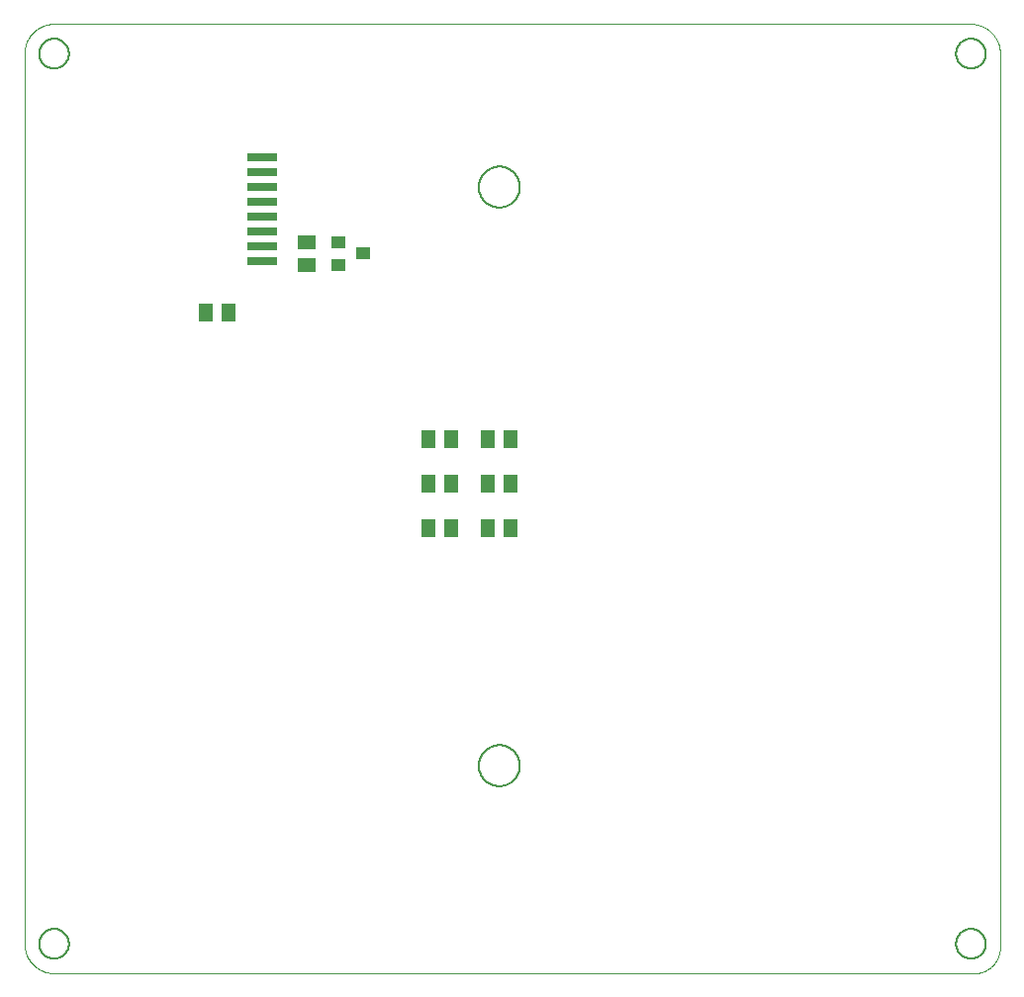
<source format=gtp>
G75*
%MOIN*%
%OFA0B0*%
%FSLAX25Y25*%
%IPPOS*%
%LPD*%
%AMOC8*
5,1,8,0,0,1.08239X$1,22.5*
%
%ADD10C,0.00000*%
%ADD11C,0.00600*%
%ADD12R,0.10000X0.03000*%
%ADD13R,0.05118X0.05906*%
%ADD14R,0.05906X0.05118*%
%ADD15R,0.04724X0.04000*%
D10*
X0013520Y0011600D02*
X0013520Y0311561D01*
X0013523Y0311803D01*
X0013532Y0312044D01*
X0013546Y0312285D01*
X0013567Y0312526D01*
X0013593Y0312766D01*
X0013625Y0313006D01*
X0013663Y0313245D01*
X0013706Y0313482D01*
X0013756Y0313719D01*
X0013811Y0313954D01*
X0013871Y0314188D01*
X0013938Y0314420D01*
X0014009Y0314651D01*
X0014087Y0314880D01*
X0014170Y0315107D01*
X0014258Y0315332D01*
X0014352Y0315555D01*
X0014451Y0315775D01*
X0014556Y0315993D01*
X0014665Y0316208D01*
X0014780Y0316421D01*
X0014900Y0316631D01*
X0015025Y0316837D01*
X0015155Y0317041D01*
X0015290Y0317242D01*
X0015430Y0317439D01*
X0015574Y0317633D01*
X0015723Y0317823D01*
X0015877Y0318009D01*
X0016035Y0318192D01*
X0016197Y0318371D01*
X0016364Y0318546D01*
X0016535Y0318717D01*
X0016710Y0318884D01*
X0016889Y0319046D01*
X0017072Y0319204D01*
X0017258Y0319358D01*
X0017448Y0319507D01*
X0017642Y0319651D01*
X0017839Y0319791D01*
X0018040Y0319926D01*
X0018244Y0320056D01*
X0018450Y0320181D01*
X0018660Y0320301D01*
X0018873Y0320416D01*
X0019088Y0320525D01*
X0019306Y0320630D01*
X0019526Y0320729D01*
X0019749Y0320823D01*
X0019974Y0320911D01*
X0020201Y0320994D01*
X0020430Y0321072D01*
X0020661Y0321143D01*
X0020893Y0321210D01*
X0021127Y0321270D01*
X0021362Y0321325D01*
X0021599Y0321375D01*
X0021836Y0321418D01*
X0022075Y0321456D01*
X0022315Y0321488D01*
X0022555Y0321514D01*
X0022796Y0321535D01*
X0023037Y0321549D01*
X0023278Y0321558D01*
X0023520Y0321561D01*
X0332260Y0321561D01*
X0332501Y0321558D01*
X0332741Y0321549D01*
X0332982Y0321535D01*
X0333221Y0321514D01*
X0333461Y0321488D01*
X0333699Y0321456D01*
X0333937Y0321419D01*
X0334174Y0321375D01*
X0334409Y0321326D01*
X0334644Y0321272D01*
X0334877Y0321211D01*
X0335108Y0321145D01*
X0335338Y0321073D01*
X0335566Y0320996D01*
X0335792Y0320914D01*
X0336016Y0320826D01*
X0336238Y0320732D01*
X0336458Y0320633D01*
X0336675Y0320529D01*
X0336889Y0320420D01*
X0337101Y0320306D01*
X0337310Y0320186D01*
X0337516Y0320062D01*
X0337719Y0319932D01*
X0337918Y0319798D01*
X0338115Y0319659D01*
X0338308Y0319515D01*
X0338497Y0319366D01*
X0338683Y0319213D01*
X0338865Y0319056D01*
X0339044Y0318894D01*
X0339218Y0318728D01*
X0339388Y0318558D01*
X0339554Y0318384D01*
X0339716Y0318205D01*
X0339873Y0318023D01*
X0340026Y0317837D01*
X0340175Y0317648D01*
X0340319Y0317455D01*
X0340458Y0317258D01*
X0340592Y0317059D01*
X0340722Y0316856D01*
X0340846Y0316650D01*
X0340966Y0316441D01*
X0341080Y0316229D01*
X0341189Y0316015D01*
X0341293Y0315798D01*
X0341392Y0315578D01*
X0341486Y0315356D01*
X0341574Y0315132D01*
X0341656Y0314906D01*
X0341733Y0314678D01*
X0341805Y0314448D01*
X0341871Y0314217D01*
X0341932Y0313984D01*
X0341986Y0313749D01*
X0342035Y0313514D01*
X0342079Y0313277D01*
X0342116Y0313039D01*
X0342148Y0312801D01*
X0342174Y0312561D01*
X0342195Y0312322D01*
X0342209Y0312081D01*
X0342218Y0311841D01*
X0342221Y0311600D01*
X0342220Y0311600D02*
X0342220Y0010301D01*
X0342221Y0010301D02*
X0342218Y0010091D01*
X0342211Y0009881D01*
X0342198Y0009671D01*
X0342180Y0009461D01*
X0342158Y0009252D01*
X0342130Y0009044D01*
X0342097Y0008836D01*
X0342059Y0008629D01*
X0342016Y0008423D01*
X0341968Y0008219D01*
X0341915Y0008015D01*
X0341858Y0007813D01*
X0341795Y0007612D01*
X0341728Y0007413D01*
X0341656Y0007216D01*
X0341579Y0007020D01*
X0341497Y0006826D01*
X0341411Y0006634D01*
X0341320Y0006445D01*
X0341224Y0006257D01*
X0341124Y0006072D01*
X0341020Y0005890D01*
X0340911Y0005710D01*
X0340798Y0005533D01*
X0340681Y0005358D01*
X0340559Y0005187D01*
X0340434Y0005018D01*
X0340304Y0004853D01*
X0340170Y0004690D01*
X0340033Y0004531D01*
X0339891Y0004375D01*
X0339746Y0004223D01*
X0339598Y0004075D01*
X0339446Y0003930D01*
X0339290Y0003788D01*
X0339131Y0003651D01*
X0338968Y0003517D01*
X0338803Y0003387D01*
X0338634Y0003262D01*
X0338463Y0003140D01*
X0338288Y0003023D01*
X0338111Y0002910D01*
X0337931Y0002801D01*
X0337749Y0002697D01*
X0337564Y0002597D01*
X0337376Y0002501D01*
X0337187Y0002410D01*
X0336995Y0002324D01*
X0336801Y0002242D01*
X0336605Y0002165D01*
X0336408Y0002093D01*
X0336209Y0002026D01*
X0336008Y0001963D01*
X0335806Y0001906D01*
X0335602Y0001853D01*
X0335398Y0001805D01*
X0335192Y0001762D01*
X0334985Y0001724D01*
X0334777Y0001691D01*
X0334569Y0001663D01*
X0334360Y0001641D01*
X0334150Y0001623D01*
X0333940Y0001610D01*
X0333730Y0001603D01*
X0333520Y0001600D01*
X0023520Y0001600D01*
X0023278Y0001603D01*
X0023037Y0001612D01*
X0022796Y0001626D01*
X0022555Y0001647D01*
X0022315Y0001673D01*
X0022075Y0001705D01*
X0021836Y0001743D01*
X0021599Y0001786D01*
X0021362Y0001836D01*
X0021127Y0001891D01*
X0020893Y0001951D01*
X0020661Y0002018D01*
X0020430Y0002089D01*
X0020201Y0002167D01*
X0019974Y0002250D01*
X0019749Y0002338D01*
X0019526Y0002432D01*
X0019306Y0002531D01*
X0019088Y0002636D01*
X0018873Y0002745D01*
X0018660Y0002860D01*
X0018450Y0002980D01*
X0018244Y0003105D01*
X0018040Y0003235D01*
X0017839Y0003370D01*
X0017642Y0003510D01*
X0017448Y0003654D01*
X0017258Y0003803D01*
X0017072Y0003957D01*
X0016889Y0004115D01*
X0016710Y0004277D01*
X0016535Y0004444D01*
X0016364Y0004615D01*
X0016197Y0004790D01*
X0016035Y0004969D01*
X0015877Y0005152D01*
X0015723Y0005338D01*
X0015574Y0005528D01*
X0015430Y0005722D01*
X0015290Y0005919D01*
X0015155Y0006120D01*
X0015025Y0006324D01*
X0014900Y0006530D01*
X0014780Y0006740D01*
X0014665Y0006953D01*
X0014556Y0007168D01*
X0014451Y0007386D01*
X0014352Y0007606D01*
X0014258Y0007829D01*
X0014170Y0008054D01*
X0014087Y0008281D01*
X0014009Y0008510D01*
X0013938Y0008741D01*
X0013871Y0008973D01*
X0013811Y0009207D01*
X0013756Y0009442D01*
X0013706Y0009679D01*
X0013663Y0009916D01*
X0013625Y0010155D01*
X0013593Y0010395D01*
X0013567Y0010635D01*
X0013546Y0010876D01*
X0013532Y0011117D01*
X0013523Y0011358D01*
X0013520Y0011600D01*
D11*
X0018520Y0011600D02*
X0018522Y0011741D01*
X0018528Y0011882D01*
X0018538Y0012022D01*
X0018552Y0012162D01*
X0018570Y0012302D01*
X0018591Y0012441D01*
X0018617Y0012580D01*
X0018646Y0012718D01*
X0018680Y0012854D01*
X0018717Y0012990D01*
X0018758Y0013125D01*
X0018803Y0013259D01*
X0018852Y0013391D01*
X0018904Y0013522D01*
X0018960Y0013651D01*
X0019020Y0013778D01*
X0019083Y0013904D01*
X0019149Y0014028D01*
X0019220Y0014151D01*
X0019293Y0014271D01*
X0019370Y0014389D01*
X0019450Y0014505D01*
X0019534Y0014618D01*
X0019620Y0014729D01*
X0019710Y0014838D01*
X0019803Y0014944D01*
X0019898Y0015047D01*
X0019997Y0015148D01*
X0020098Y0015246D01*
X0020202Y0015341D01*
X0020309Y0015433D01*
X0020418Y0015522D01*
X0020530Y0015607D01*
X0020644Y0015690D01*
X0020760Y0015770D01*
X0020879Y0015846D01*
X0021000Y0015918D01*
X0021122Y0015988D01*
X0021247Y0016053D01*
X0021373Y0016116D01*
X0021501Y0016174D01*
X0021631Y0016229D01*
X0021762Y0016281D01*
X0021895Y0016328D01*
X0022029Y0016372D01*
X0022164Y0016413D01*
X0022300Y0016449D01*
X0022437Y0016481D01*
X0022575Y0016510D01*
X0022713Y0016535D01*
X0022853Y0016555D01*
X0022993Y0016572D01*
X0023133Y0016585D01*
X0023274Y0016594D01*
X0023414Y0016599D01*
X0023555Y0016600D01*
X0023696Y0016597D01*
X0023837Y0016590D01*
X0023977Y0016579D01*
X0024117Y0016564D01*
X0024257Y0016545D01*
X0024396Y0016523D01*
X0024534Y0016496D01*
X0024672Y0016466D01*
X0024808Y0016431D01*
X0024944Y0016393D01*
X0025078Y0016351D01*
X0025212Y0016305D01*
X0025344Y0016256D01*
X0025474Y0016202D01*
X0025603Y0016145D01*
X0025730Y0016085D01*
X0025856Y0016021D01*
X0025979Y0015953D01*
X0026101Y0015882D01*
X0026221Y0015808D01*
X0026338Y0015730D01*
X0026453Y0015649D01*
X0026566Y0015565D01*
X0026677Y0015478D01*
X0026785Y0015387D01*
X0026890Y0015294D01*
X0026993Y0015197D01*
X0027093Y0015098D01*
X0027190Y0014996D01*
X0027284Y0014891D01*
X0027375Y0014784D01*
X0027463Y0014674D01*
X0027548Y0014562D01*
X0027630Y0014447D01*
X0027709Y0014330D01*
X0027784Y0014211D01*
X0027856Y0014090D01*
X0027924Y0013967D01*
X0027989Y0013842D01*
X0028051Y0013715D01*
X0028108Y0013586D01*
X0028163Y0013456D01*
X0028213Y0013325D01*
X0028260Y0013192D01*
X0028303Y0013058D01*
X0028342Y0012922D01*
X0028377Y0012786D01*
X0028409Y0012649D01*
X0028436Y0012511D01*
X0028460Y0012372D01*
X0028480Y0012232D01*
X0028496Y0012092D01*
X0028508Y0011952D01*
X0028516Y0011811D01*
X0028520Y0011670D01*
X0028520Y0011530D01*
X0028516Y0011389D01*
X0028508Y0011248D01*
X0028496Y0011108D01*
X0028480Y0010968D01*
X0028460Y0010828D01*
X0028436Y0010689D01*
X0028409Y0010551D01*
X0028377Y0010414D01*
X0028342Y0010278D01*
X0028303Y0010142D01*
X0028260Y0010008D01*
X0028213Y0009875D01*
X0028163Y0009744D01*
X0028108Y0009614D01*
X0028051Y0009485D01*
X0027989Y0009358D01*
X0027924Y0009233D01*
X0027856Y0009110D01*
X0027784Y0008989D01*
X0027709Y0008870D01*
X0027630Y0008753D01*
X0027548Y0008638D01*
X0027463Y0008526D01*
X0027375Y0008416D01*
X0027284Y0008309D01*
X0027190Y0008204D01*
X0027093Y0008102D01*
X0026993Y0008003D01*
X0026890Y0007906D01*
X0026785Y0007813D01*
X0026677Y0007722D01*
X0026566Y0007635D01*
X0026453Y0007551D01*
X0026338Y0007470D01*
X0026221Y0007392D01*
X0026101Y0007318D01*
X0025979Y0007247D01*
X0025856Y0007179D01*
X0025730Y0007115D01*
X0025603Y0007055D01*
X0025474Y0006998D01*
X0025344Y0006944D01*
X0025212Y0006895D01*
X0025078Y0006849D01*
X0024944Y0006807D01*
X0024808Y0006769D01*
X0024672Y0006734D01*
X0024534Y0006704D01*
X0024396Y0006677D01*
X0024257Y0006655D01*
X0024117Y0006636D01*
X0023977Y0006621D01*
X0023837Y0006610D01*
X0023696Y0006603D01*
X0023555Y0006600D01*
X0023414Y0006601D01*
X0023274Y0006606D01*
X0023133Y0006615D01*
X0022993Y0006628D01*
X0022853Y0006645D01*
X0022713Y0006665D01*
X0022575Y0006690D01*
X0022437Y0006719D01*
X0022300Y0006751D01*
X0022164Y0006787D01*
X0022029Y0006828D01*
X0021895Y0006872D01*
X0021762Y0006919D01*
X0021631Y0006971D01*
X0021501Y0007026D01*
X0021373Y0007084D01*
X0021247Y0007147D01*
X0021122Y0007212D01*
X0021000Y0007282D01*
X0020879Y0007354D01*
X0020760Y0007430D01*
X0020644Y0007510D01*
X0020530Y0007593D01*
X0020418Y0007678D01*
X0020309Y0007767D01*
X0020202Y0007859D01*
X0020098Y0007954D01*
X0019997Y0008052D01*
X0019898Y0008153D01*
X0019803Y0008256D01*
X0019710Y0008362D01*
X0019620Y0008471D01*
X0019534Y0008582D01*
X0019450Y0008695D01*
X0019370Y0008811D01*
X0019293Y0008929D01*
X0019220Y0009049D01*
X0019149Y0009172D01*
X0019083Y0009296D01*
X0019020Y0009422D01*
X0018960Y0009549D01*
X0018904Y0009678D01*
X0018852Y0009809D01*
X0018803Y0009941D01*
X0018758Y0010075D01*
X0018717Y0010210D01*
X0018680Y0010346D01*
X0018646Y0010482D01*
X0018617Y0010620D01*
X0018591Y0010759D01*
X0018570Y0010898D01*
X0018552Y0011038D01*
X0018538Y0011178D01*
X0018528Y0011318D01*
X0018522Y0011459D01*
X0018520Y0011600D01*
X0166630Y0071600D02*
X0166632Y0071769D01*
X0166638Y0071938D01*
X0166649Y0072107D01*
X0166663Y0072275D01*
X0166682Y0072443D01*
X0166705Y0072611D01*
X0166731Y0072778D01*
X0166762Y0072944D01*
X0166797Y0073110D01*
X0166836Y0073274D01*
X0166880Y0073438D01*
X0166927Y0073600D01*
X0166978Y0073761D01*
X0167033Y0073921D01*
X0167092Y0074080D01*
X0167154Y0074237D01*
X0167221Y0074392D01*
X0167292Y0074546D01*
X0167366Y0074698D01*
X0167444Y0074848D01*
X0167525Y0074996D01*
X0167610Y0075142D01*
X0167699Y0075286D01*
X0167791Y0075428D01*
X0167887Y0075567D01*
X0167986Y0075704D01*
X0168088Y0075839D01*
X0168194Y0075971D01*
X0168303Y0076100D01*
X0168415Y0076227D01*
X0168530Y0076351D01*
X0168648Y0076472D01*
X0168769Y0076590D01*
X0168893Y0076705D01*
X0169020Y0076817D01*
X0169149Y0076926D01*
X0169281Y0077032D01*
X0169416Y0077134D01*
X0169553Y0077233D01*
X0169692Y0077329D01*
X0169834Y0077421D01*
X0169978Y0077510D01*
X0170124Y0077595D01*
X0170272Y0077676D01*
X0170422Y0077754D01*
X0170574Y0077828D01*
X0170728Y0077899D01*
X0170883Y0077966D01*
X0171040Y0078028D01*
X0171199Y0078087D01*
X0171359Y0078142D01*
X0171520Y0078193D01*
X0171682Y0078240D01*
X0171846Y0078284D01*
X0172010Y0078323D01*
X0172176Y0078358D01*
X0172342Y0078389D01*
X0172509Y0078415D01*
X0172677Y0078438D01*
X0172845Y0078457D01*
X0173013Y0078471D01*
X0173182Y0078482D01*
X0173351Y0078488D01*
X0173520Y0078490D01*
X0173689Y0078488D01*
X0173858Y0078482D01*
X0174027Y0078471D01*
X0174195Y0078457D01*
X0174363Y0078438D01*
X0174531Y0078415D01*
X0174698Y0078389D01*
X0174864Y0078358D01*
X0175030Y0078323D01*
X0175194Y0078284D01*
X0175358Y0078240D01*
X0175520Y0078193D01*
X0175681Y0078142D01*
X0175841Y0078087D01*
X0176000Y0078028D01*
X0176157Y0077966D01*
X0176312Y0077899D01*
X0176466Y0077828D01*
X0176618Y0077754D01*
X0176768Y0077676D01*
X0176916Y0077595D01*
X0177062Y0077510D01*
X0177206Y0077421D01*
X0177348Y0077329D01*
X0177487Y0077233D01*
X0177624Y0077134D01*
X0177759Y0077032D01*
X0177891Y0076926D01*
X0178020Y0076817D01*
X0178147Y0076705D01*
X0178271Y0076590D01*
X0178392Y0076472D01*
X0178510Y0076351D01*
X0178625Y0076227D01*
X0178737Y0076100D01*
X0178846Y0075971D01*
X0178952Y0075839D01*
X0179054Y0075704D01*
X0179153Y0075567D01*
X0179249Y0075428D01*
X0179341Y0075286D01*
X0179430Y0075142D01*
X0179515Y0074996D01*
X0179596Y0074848D01*
X0179674Y0074698D01*
X0179748Y0074546D01*
X0179819Y0074392D01*
X0179886Y0074237D01*
X0179948Y0074080D01*
X0180007Y0073921D01*
X0180062Y0073761D01*
X0180113Y0073600D01*
X0180160Y0073438D01*
X0180204Y0073274D01*
X0180243Y0073110D01*
X0180278Y0072944D01*
X0180309Y0072778D01*
X0180335Y0072611D01*
X0180358Y0072443D01*
X0180377Y0072275D01*
X0180391Y0072107D01*
X0180402Y0071938D01*
X0180408Y0071769D01*
X0180410Y0071600D01*
X0180408Y0071431D01*
X0180402Y0071262D01*
X0180391Y0071093D01*
X0180377Y0070925D01*
X0180358Y0070757D01*
X0180335Y0070589D01*
X0180309Y0070422D01*
X0180278Y0070256D01*
X0180243Y0070090D01*
X0180204Y0069926D01*
X0180160Y0069762D01*
X0180113Y0069600D01*
X0180062Y0069439D01*
X0180007Y0069279D01*
X0179948Y0069120D01*
X0179886Y0068963D01*
X0179819Y0068808D01*
X0179748Y0068654D01*
X0179674Y0068502D01*
X0179596Y0068352D01*
X0179515Y0068204D01*
X0179430Y0068058D01*
X0179341Y0067914D01*
X0179249Y0067772D01*
X0179153Y0067633D01*
X0179054Y0067496D01*
X0178952Y0067361D01*
X0178846Y0067229D01*
X0178737Y0067100D01*
X0178625Y0066973D01*
X0178510Y0066849D01*
X0178392Y0066728D01*
X0178271Y0066610D01*
X0178147Y0066495D01*
X0178020Y0066383D01*
X0177891Y0066274D01*
X0177759Y0066168D01*
X0177624Y0066066D01*
X0177487Y0065967D01*
X0177348Y0065871D01*
X0177206Y0065779D01*
X0177062Y0065690D01*
X0176916Y0065605D01*
X0176768Y0065524D01*
X0176618Y0065446D01*
X0176466Y0065372D01*
X0176312Y0065301D01*
X0176157Y0065234D01*
X0176000Y0065172D01*
X0175841Y0065113D01*
X0175681Y0065058D01*
X0175520Y0065007D01*
X0175358Y0064960D01*
X0175194Y0064916D01*
X0175030Y0064877D01*
X0174864Y0064842D01*
X0174698Y0064811D01*
X0174531Y0064785D01*
X0174363Y0064762D01*
X0174195Y0064743D01*
X0174027Y0064729D01*
X0173858Y0064718D01*
X0173689Y0064712D01*
X0173520Y0064710D01*
X0173351Y0064712D01*
X0173182Y0064718D01*
X0173013Y0064729D01*
X0172845Y0064743D01*
X0172677Y0064762D01*
X0172509Y0064785D01*
X0172342Y0064811D01*
X0172176Y0064842D01*
X0172010Y0064877D01*
X0171846Y0064916D01*
X0171682Y0064960D01*
X0171520Y0065007D01*
X0171359Y0065058D01*
X0171199Y0065113D01*
X0171040Y0065172D01*
X0170883Y0065234D01*
X0170728Y0065301D01*
X0170574Y0065372D01*
X0170422Y0065446D01*
X0170272Y0065524D01*
X0170124Y0065605D01*
X0169978Y0065690D01*
X0169834Y0065779D01*
X0169692Y0065871D01*
X0169553Y0065967D01*
X0169416Y0066066D01*
X0169281Y0066168D01*
X0169149Y0066274D01*
X0169020Y0066383D01*
X0168893Y0066495D01*
X0168769Y0066610D01*
X0168648Y0066728D01*
X0168530Y0066849D01*
X0168415Y0066973D01*
X0168303Y0067100D01*
X0168194Y0067229D01*
X0168088Y0067361D01*
X0167986Y0067496D01*
X0167887Y0067633D01*
X0167791Y0067772D01*
X0167699Y0067914D01*
X0167610Y0068058D01*
X0167525Y0068204D01*
X0167444Y0068352D01*
X0167366Y0068502D01*
X0167292Y0068654D01*
X0167221Y0068808D01*
X0167154Y0068963D01*
X0167092Y0069120D01*
X0167033Y0069279D01*
X0166978Y0069439D01*
X0166927Y0069600D01*
X0166880Y0069762D01*
X0166836Y0069926D01*
X0166797Y0070090D01*
X0166762Y0070256D01*
X0166731Y0070422D01*
X0166705Y0070589D01*
X0166682Y0070757D01*
X0166663Y0070925D01*
X0166649Y0071093D01*
X0166638Y0071262D01*
X0166632Y0071431D01*
X0166630Y0071600D01*
X0327417Y0011600D02*
X0327419Y0011741D01*
X0327425Y0011882D01*
X0327435Y0012022D01*
X0327449Y0012162D01*
X0327467Y0012302D01*
X0327488Y0012441D01*
X0327514Y0012580D01*
X0327543Y0012718D01*
X0327577Y0012854D01*
X0327614Y0012990D01*
X0327655Y0013125D01*
X0327700Y0013259D01*
X0327749Y0013391D01*
X0327801Y0013522D01*
X0327857Y0013651D01*
X0327917Y0013778D01*
X0327980Y0013904D01*
X0328046Y0014028D01*
X0328117Y0014151D01*
X0328190Y0014271D01*
X0328267Y0014389D01*
X0328347Y0014505D01*
X0328431Y0014618D01*
X0328517Y0014729D01*
X0328607Y0014838D01*
X0328700Y0014944D01*
X0328795Y0015047D01*
X0328894Y0015148D01*
X0328995Y0015246D01*
X0329099Y0015341D01*
X0329206Y0015433D01*
X0329315Y0015522D01*
X0329427Y0015607D01*
X0329541Y0015690D01*
X0329657Y0015770D01*
X0329776Y0015846D01*
X0329897Y0015918D01*
X0330019Y0015988D01*
X0330144Y0016053D01*
X0330270Y0016116D01*
X0330398Y0016174D01*
X0330528Y0016229D01*
X0330659Y0016281D01*
X0330792Y0016328D01*
X0330926Y0016372D01*
X0331061Y0016413D01*
X0331197Y0016449D01*
X0331334Y0016481D01*
X0331472Y0016510D01*
X0331610Y0016535D01*
X0331750Y0016555D01*
X0331890Y0016572D01*
X0332030Y0016585D01*
X0332171Y0016594D01*
X0332311Y0016599D01*
X0332452Y0016600D01*
X0332593Y0016597D01*
X0332734Y0016590D01*
X0332874Y0016579D01*
X0333014Y0016564D01*
X0333154Y0016545D01*
X0333293Y0016523D01*
X0333431Y0016496D01*
X0333569Y0016466D01*
X0333705Y0016431D01*
X0333841Y0016393D01*
X0333975Y0016351D01*
X0334109Y0016305D01*
X0334241Y0016256D01*
X0334371Y0016202D01*
X0334500Y0016145D01*
X0334627Y0016085D01*
X0334753Y0016021D01*
X0334876Y0015953D01*
X0334998Y0015882D01*
X0335118Y0015808D01*
X0335235Y0015730D01*
X0335350Y0015649D01*
X0335463Y0015565D01*
X0335574Y0015478D01*
X0335682Y0015387D01*
X0335787Y0015294D01*
X0335890Y0015197D01*
X0335990Y0015098D01*
X0336087Y0014996D01*
X0336181Y0014891D01*
X0336272Y0014784D01*
X0336360Y0014674D01*
X0336445Y0014562D01*
X0336527Y0014447D01*
X0336606Y0014330D01*
X0336681Y0014211D01*
X0336753Y0014090D01*
X0336821Y0013967D01*
X0336886Y0013842D01*
X0336948Y0013715D01*
X0337005Y0013586D01*
X0337060Y0013456D01*
X0337110Y0013325D01*
X0337157Y0013192D01*
X0337200Y0013058D01*
X0337239Y0012922D01*
X0337274Y0012786D01*
X0337306Y0012649D01*
X0337333Y0012511D01*
X0337357Y0012372D01*
X0337377Y0012232D01*
X0337393Y0012092D01*
X0337405Y0011952D01*
X0337413Y0011811D01*
X0337417Y0011670D01*
X0337417Y0011530D01*
X0337413Y0011389D01*
X0337405Y0011248D01*
X0337393Y0011108D01*
X0337377Y0010968D01*
X0337357Y0010828D01*
X0337333Y0010689D01*
X0337306Y0010551D01*
X0337274Y0010414D01*
X0337239Y0010278D01*
X0337200Y0010142D01*
X0337157Y0010008D01*
X0337110Y0009875D01*
X0337060Y0009744D01*
X0337005Y0009614D01*
X0336948Y0009485D01*
X0336886Y0009358D01*
X0336821Y0009233D01*
X0336753Y0009110D01*
X0336681Y0008989D01*
X0336606Y0008870D01*
X0336527Y0008753D01*
X0336445Y0008638D01*
X0336360Y0008526D01*
X0336272Y0008416D01*
X0336181Y0008309D01*
X0336087Y0008204D01*
X0335990Y0008102D01*
X0335890Y0008003D01*
X0335787Y0007906D01*
X0335682Y0007813D01*
X0335574Y0007722D01*
X0335463Y0007635D01*
X0335350Y0007551D01*
X0335235Y0007470D01*
X0335118Y0007392D01*
X0334998Y0007318D01*
X0334876Y0007247D01*
X0334753Y0007179D01*
X0334627Y0007115D01*
X0334500Y0007055D01*
X0334371Y0006998D01*
X0334241Y0006944D01*
X0334109Y0006895D01*
X0333975Y0006849D01*
X0333841Y0006807D01*
X0333705Y0006769D01*
X0333569Y0006734D01*
X0333431Y0006704D01*
X0333293Y0006677D01*
X0333154Y0006655D01*
X0333014Y0006636D01*
X0332874Y0006621D01*
X0332734Y0006610D01*
X0332593Y0006603D01*
X0332452Y0006600D01*
X0332311Y0006601D01*
X0332171Y0006606D01*
X0332030Y0006615D01*
X0331890Y0006628D01*
X0331750Y0006645D01*
X0331610Y0006665D01*
X0331472Y0006690D01*
X0331334Y0006719D01*
X0331197Y0006751D01*
X0331061Y0006787D01*
X0330926Y0006828D01*
X0330792Y0006872D01*
X0330659Y0006919D01*
X0330528Y0006971D01*
X0330398Y0007026D01*
X0330270Y0007084D01*
X0330144Y0007147D01*
X0330019Y0007212D01*
X0329897Y0007282D01*
X0329776Y0007354D01*
X0329657Y0007430D01*
X0329541Y0007510D01*
X0329427Y0007593D01*
X0329315Y0007678D01*
X0329206Y0007767D01*
X0329099Y0007859D01*
X0328995Y0007954D01*
X0328894Y0008052D01*
X0328795Y0008153D01*
X0328700Y0008256D01*
X0328607Y0008362D01*
X0328517Y0008471D01*
X0328431Y0008582D01*
X0328347Y0008695D01*
X0328267Y0008811D01*
X0328190Y0008929D01*
X0328117Y0009049D01*
X0328046Y0009172D01*
X0327980Y0009296D01*
X0327917Y0009422D01*
X0327857Y0009549D01*
X0327801Y0009678D01*
X0327749Y0009809D01*
X0327700Y0009941D01*
X0327655Y0010075D01*
X0327614Y0010210D01*
X0327577Y0010346D01*
X0327543Y0010482D01*
X0327514Y0010620D01*
X0327488Y0010759D01*
X0327467Y0010898D01*
X0327449Y0011038D01*
X0327435Y0011178D01*
X0327425Y0011318D01*
X0327419Y0011459D01*
X0327417Y0011600D01*
X0166630Y0266600D02*
X0166632Y0266769D01*
X0166638Y0266938D01*
X0166649Y0267107D01*
X0166663Y0267275D01*
X0166682Y0267443D01*
X0166705Y0267611D01*
X0166731Y0267778D01*
X0166762Y0267944D01*
X0166797Y0268110D01*
X0166836Y0268274D01*
X0166880Y0268438D01*
X0166927Y0268600D01*
X0166978Y0268761D01*
X0167033Y0268921D01*
X0167092Y0269080D01*
X0167154Y0269237D01*
X0167221Y0269392D01*
X0167292Y0269546D01*
X0167366Y0269698D01*
X0167444Y0269848D01*
X0167525Y0269996D01*
X0167610Y0270142D01*
X0167699Y0270286D01*
X0167791Y0270428D01*
X0167887Y0270567D01*
X0167986Y0270704D01*
X0168088Y0270839D01*
X0168194Y0270971D01*
X0168303Y0271100D01*
X0168415Y0271227D01*
X0168530Y0271351D01*
X0168648Y0271472D01*
X0168769Y0271590D01*
X0168893Y0271705D01*
X0169020Y0271817D01*
X0169149Y0271926D01*
X0169281Y0272032D01*
X0169416Y0272134D01*
X0169553Y0272233D01*
X0169692Y0272329D01*
X0169834Y0272421D01*
X0169978Y0272510D01*
X0170124Y0272595D01*
X0170272Y0272676D01*
X0170422Y0272754D01*
X0170574Y0272828D01*
X0170728Y0272899D01*
X0170883Y0272966D01*
X0171040Y0273028D01*
X0171199Y0273087D01*
X0171359Y0273142D01*
X0171520Y0273193D01*
X0171682Y0273240D01*
X0171846Y0273284D01*
X0172010Y0273323D01*
X0172176Y0273358D01*
X0172342Y0273389D01*
X0172509Y0273415D01*
X0172677Y0273438D01*
X0172845Y0273457D01*
X0173013Y0273471D01*
X0173182Y0273482D01*
X0173351Y0273488D01*
X0173520Y0273490D01*
X0173689Y0273488D01*
X0173858Y0273482D01*
X0174027Y0273471D01*
X0174195Y0273457D01*
X0174363Y0273438D01*
X0174531Y0273415D01*
X0174698Y0273389D01*
X0174864Y0273358D01*
X0175030Y0273323D01*
X0175194Y0273284D01*
X0175358Y0273240D01*
X0175520Y0273193D01*
X0175681Y0273142D01*
X0175841Y0273087D01*
X0176000Y0273028D01*
X0176157Y0272966D01*
X0176312Y0272899D01*
X0176466Y0272828D01*
X0176618Y0272754D01*
X0176768Y0272676D01*
X0176916Y0272595D01*
X0177062Y0272510D01*
X0177206Y0272421D01*
X0177348Y0272329D01*
X0177487Y0272233D01*
X0177624Y0272134D01*
X0177759Y0272032D01*
X0177891Y0271926D01*
X0178020Y0271817D01*
X0178147Y0271705D01*
X0178271Y0271590D01*
X0178392Y0271472D01*
X0178510Y0271351D01*
X0178625Y0271227D01*
X0178737Y0271100D01*
X0178846Y0270971D01*
X0178952Y0270839D01*
X0179054Y0270704D01*
X0179153Y0270567D01*
X0179249Y0270428D01*
X0179341Y0270286D01*
X0179430Y0270142D01*
X0179515Y0269996D01*
X0179596Y0269848D01*
X0179674Y0269698D01*
X0179748Y0269546D01*
X0179819Y0269392D01*
X0179886Y0269237D01*
X0179948Y0269080D01*
X0180007Y0268921D01*
X0180062Y0268761D01*
X0180113Y0268600D01*
X0180160Y0268438D01*
X0180204Y0268274D01*
X0180243Y0268110D01*
X0180278Y0267944D01*
X0180309Y0267778D01*
X0180335Y0267611D01*
X0180358Y0267443D01*
X0180377Y0267275D01*
X0180391Y0267107D01*
X0180402Y0266938D01*
X0180408Y0266769D01*
X0180410Y0266600D01*
X0180408Y0266431D01*
X0180402Y0266262D01*
X0180391Y0266093D01*
X0180377Y0265925D01*
X0180358Y0265757D01*
X0180335Y0265589D01*
X0180309Y0265422D01*
X0180278Y0265256D01*
X0180243Y0265090D01*
X0180204Y0264926D01*
X0180160Y0264762D01*
X0180113Y0264600D01*
X0180062Y0264439D01*
X0180007Y0264279D01*
X0179948Y0264120D01*
X0179886Y0263963D01*
X0179819Y0263808D01*
X0179748Y0263654D01*
X0179674Y0263502D01*
X0179596Y0263352D01*
X0179515Y0263204D01*
X0179430Y0263058D01*
X0179341Y0262914D01*
X0179249Y0262772D01*
X0179153Y0262633D01*
X0179054Y0262496D01*
X0178952Y0262361D01*
X0178846Y0262229D01*
X0178737Y0262100D01*
X0178625Y0261973D01*
X0178510Y0261849D01*
X0178392Y0261728D01*
X0178271Y0261610D01*
X0178147Y0261495D01*
X0178020Y0261383D01*
X0177891Y0261274D01*
X0177759Y0261168D01*
X0177624Y0261066D01*
X0177487Y0260967D01*
X0177348Y0260871D01*
X0177206Y0260779D01*
X0177062Y0260690D01*
X0176916Y0260605D01*
X0176768Y0260524D01*
X0176618Y0260446D01*
X0176466Y0260372D01*
X0176312Y0260301D01*
X0176157Y0260234D01*
X0176000Y0260172D01*
X0175841Y0260113D01*
X0175681Y0260058D01*
X0175520Y0260007D01*
X0175358Y0259960D01*
X0175194Y0259916D01*
X0175030Y0259877D01*
X0174864Y0259842D01*
X0174698Y0259811D01*
X0174531Y0259785D01*
X0174363Y0259762D01*
X0174195Y0259743D01*
X0174027Y0259729D01*
X0173858Y0259718D01*
X0173689Y0259712D01*
X0173520Y0259710D01*
X0173351Y0259712D01*
X0173182Y0259718D01*
X0173013Y0259729D01*
X0172845Y0259743D01*
X0172677Y0259762D01*
X0172509Y0259785D01*
X0172342Y0259811D01*
X0172176Y0259842D01*
X0172010Y0259877D01*
X0171846Y0259916D01*
X0171682Y0259960D01*
X0171520Y0260007D01*
X0171359Y0260058D01*
X0171199Y0260113D01*
X0171040Y0260172D01*
X0170883Y0260234D01*
X0170728Y0260301D01*
X0170574Y0260372D01*
X0170422Y0260446D01*
X0170272Y0260524D01*
X0170124Y0260605D01*
X0169978Y0260690D01*
X0169834Y0260779D01*
X0169692Y0260871D01*
X0169553Y0260967D01*
X0169416Y0261066D01*
X0169281Y0261168D01*
X0169149Y0261274D01*
X0169020Y0261383D01*
X0168893Y0261495D01*
X0168769Y0261610D01*
X0168648Y0261728D01*
X0168530Y0261849D01*
X0168415Y0261973D01*
X0168303Y0262100D01*
X0168194Y0262229D01*
X0168088Y0262361D01*
X0167986Y0262496D01*
X0167887Y0262633D01*
X0167791Y0262772D01*
X0167699Y0262914D01*
X0167610Y0263058D01*
X0167525Y0263204D01*
X0167444Y0263352D01*
X0167366Y0263502D01*
X0167292Y0263654D01*
X0167221Y0263808D01*
X0167154Y0263963D01*
X0167092Y0264120D01*
X0167033Y0264279D01*
X0166978Y0264439D01*
X0166927Y0264600D01*
X0166880Y0264762D01*
X0166836Y0264926D01*
X0166797Y0265090D01*
X0166762Y0265256D01*
X0166731Y0265422D01*
X0166705Y0265589D01*
X0166682Y0265757D01*
X0166663Y0265925D01*
X0166649Y0266093D01*
X0166638Y0266262D01*
X0166632Y0266431D01*
X0166630Y0266600D01*
X0018520Y0311600D02*
X0018522Y0311741D01*
X0018528Y0311882D01*
X0018538Y0312022D01*
X0018552Y0312162D01*
X0018570Y0312302D01*
X0018591Y0312441D01*
X0018617Y0312580D01*
X0018646Y0312718D01*
X0018680Y0312854D01*
X0018717Y0312990D01*
X0018758Y0313125D01*
X0018803Y0313259D01*
X0018852Y0313391D01*
X0018904Y0313522D01*
X0018960Y0313651D01*
X0019020Y0313778D01*
X0019083Y0313904D01*
X0019149Y0314028D01*
X0019220Y0314151D01*
X0019293Y0314271D01*
X0019370Y0314389D01*
X0019450Y0314505D01*
X0019534Y0314618D01*
X0019620Y0314729D01*
X0019710Y0314838D01*
X0019803Y0314944D01*
X0019898Y0315047D01*
X0019997Y0315148D01*
X0020098Y0315246D01*
X0020202Y0315341D01*
X0020309Y0315433D01*
X0020418Y0315522D01*
X0020530Y0315607D01*
X0020644Y0315690D01*
X0020760Y0315770D01*
X0020879Y0315846D01*
X0021000Y0315918D01*
X0021122Y0315988D01*
X0021247Y0316053D01*
X0021373Y0316116D01*
X0021501Y0316174D01*
X0021631Y0316229D01*
X0021762Y0316281D01*
X0021895Y0316328D01*
X0022029Y0316372D01*
X0022164Y0316413D01*
X0022300Y0316449D01*
X0022437Y0316481D01*
X0022575Y0316510D01*
X0022713Y0316535D01*
X0022853Y0316555D01*
X0022993Y0316572D01*
X0023133Y0316585D01*
X0023274Y0316594D01*
X0023414Y0316599D01*
X0023555Y0316600D01*
X0023696Y0316597D01*
X0023837Y0316590D01*
X0023977Y0316579D01*
X0024117Y0316564D01*
X0024257Y0316545D01*
X0024396Y0316523D01*
X0024534Y0316496D01*
X0024672Y0316466D01*
X0024808Y0316431D01*
X0024944Y0316393D01*
X0025078Y0316351D01*
X0025212Y0316305D01*
X0025344Y0316256D01*
X0025474Y0316202D01*
X0025603Y0316145D01*
X0025730Y0316085D01*
X0025856Y0316021D01*
X0025979Y0315953D01*
X0026101Y0315882D01*
X0026221Y0315808D01*
X0026338Y0315730D01*
X0026453Y0315649D01*
X0026566Y0315565D01*
X0026677Y0315478D01*
X0026785Y0315387D01*
X0026890Y0315294D01*
X0026993Y0315197D01*
X0027093Y0315098D01*
X0027190Y0314996D01*
X0027284Y0314891D01*
X0027375Y0314784D01*
X0027463Y0314674D01*
X0027548Y0314562D01*
X0027630Y0314447D01*
X0027709Y0314330D01*
X0027784Y0314211D01*
X0027856Y0314090D01*
X0027924Y0313967D01*
X0027989Y0313842D01*
X0028051Y0313715D01*
X0028108Y0313586D01*
X0028163Y0313456D01*
X0028213Y0313325D01*
X0028260Y0313192D01*
X0028303Y0313058D01*
X0028342Y0312922D01*
X0028377Y0312786D01*
X0028409Y0312649D01*
X0028436Y0312511D01*
X0028460Y0312372D01*
X0028480Y0312232D01*
X0028496Y0312092D01*
X0028508Y0311952D01*
X0028516Y0311811D01*
X0028520Y0311670D01*
X0028520Y0311530D01*
X0028516Y0311389D01*
X0028508Y0311248D01*
X0028496Y0311108D01*
X0028480Y0310968D01*
X0028460Y0310828D01*
X0028436Y0310689D01*
X0028409Y0310551D01*
X0028377Y0310414D01*
X0028342Y0310278D01*
X0028303Y0310142D01*
X0028260Y0310008D01*
X0028213Y0309875D01*
X0028163Y0309744D01*
X0028108Y0309614D01*
X0028051Y0309485D01*
X0027989Y0309358D01*
X0027924Y0309233D01*
X0027856Y0309110D01*
X0027784Y0308989D01*
X0027709Y0308870D01*
X0027630Y0308753D01*
X0027548Y0308638D01*
X0027463Y0308526D01*
X0027375Y0308416D01*
X0027284Y0308309D01*
X0027190Y0308204D01*
X0027093Y0308102D01*
X0026993Y0308003D01*
X0026890Y0307906D01*
X0026785Y0307813D01*
X0026677Y0307722D01*
X0026566Y0307635D01*
X0026453Y0307551D01*
X0026338Y0307470D01*
X0026221Y0307392D01*
X0026101Y0307318D01*
X0025979Y0307247D01*
X0025856Y0307179D01*
X0025730Y0307115D01*
X0025603Y0307055D01*
X0025474Y0306998D01*
X0025344Y0306944D01*
X0025212Y0306895D01*
X0025078Y0306849D01*
X0024944Y0306807D01*
X0024808Y0306769D01*
X0024672Y0306734D01*
X0024534Y0306704D01*
X0024396Y0306677D01*
X0024257Y0306655D01*
X0024117Y0306636D01*
X0023977Y0306621D01*
X0023837Y0306610D01*
X0023696Y0306603D01*
X0023555Y0306600D01*
X0023414Y0306601D01*
X0023274Y0306606D01*
X0023133Y0306615D01*
X0022993Y0306628D01*
X0022853Y0306645D01*
X0022713Y0306665D01*
X0022575Y0306690D01*
X0022437Y0306719D01*
X0022300Y0306751D01*
X0022164Y0306787D01*
X0022029Y0306828D01*
X0021895Y0306872D01*
X0021762Y0306919D01*
X0021631Y0306971D01*
X0021501Y0307026D01*
X0021373Y0307084D01*
X0021247Y0307147D01*
X0021122Y0307212D01*
X0021000Y0307282D01*
X0020879Y0307354D01*
X0020760Y0307430D01*
X0020644Y0307510D01*
X0020530Y0307593D01*
X0020418Y0307678D01*
X0020309Y0307767D01*
X0020202Y0307859D01*
X0020098Y0307954D01*
X0019997Y0308052D01*
X0019898Y0308153D01*
X0019803Y0308256D01*
X0019710Y0308362D01*
X0019620Y0308471D01*
X0019534Y0308582D01*
X0019450Y0308695D01*
X0019370Y0308811D01*
X0019293Y0308929D01*
X0019220Y0309049D01*
X0019149Y0309172D01*
X0019083Y0309296D01*
X0019020Y0309422D01*
X0018960Y0309549D01*
X0018904Y0309678D01*
X0018852Y0309809D01*
X0018803Y0309941D01*
X0018758Y0310075D01*
X0018717Y0310210D01*
X0018680Y0310346D01*
X0018646Y0310482D01*
X0018617Y0310620D01*
X0018591Y0310759D01*
X0018570Y0310898D01*
X0018552Y0311038D01*
X0018538Y0311178D01*
X0018528Y0311318D01*
X0018522Y0311459D01*
X0018520Y0311600D01*
X0327417Y0311600D02*
X0327419Y0311741D01*
X0327425Y0311882D01*
X0327435Y0312022D01*
X0327449Y0312162D01*
X0327467Y0312302D01*
X0327488Y0312441D01*
X0327514Y0312580D01*
X0327543Y0312718D01*
X0327577Y0312854D01*
X0327614Y0312990D01*
X0327655Y0313125D01*
X0327700Y0313259D01*
X0327749Y0313391D01*
X0327801Y0313522D01*
X0327857Y0313651D01*
X0327917Y0313778D01*
X0327980Y0313904D01*
X0328046Y0314028D01*
X0328117Y0314151D01*
X0328190Y0314271D01*
X0328267Y0314389D01*
X0328347Y0314505D01*
X0328431Y0314618D01*
X0328517Y0314729D01*
X0328607Y0314838D01*
X0328700Y0314944D01*
X0328795Y0315047D01*
X0328894Y0315148D01*
X0328995Y0315246D01*
X0329099Y0315341D01*
X0329206Y0315433D01*
X0329315Y0315522D01*
X0329427Y0315607D01*
X0329541Y0315690D01*
X0329657Y0315770D01*
X0329776Y0315846D01*
X0329897Y0315918D01*
X0330019Y0315988D01*
X0330144Y0316053D01*
X0330270Y0316116D01*
X0330398Y0316174D01*
X0330528Y0316229D01*
X0330659Y0316281D01*
X0330792Y0316328D01*
X0330926Y0316372D01*
X0331061Y0316413D01*
X0331197Y0316449D01*
X0331334Y0316481D01*
X0331472Y0316510D01*
X0331610Y0316535D01*
X0331750Y0316555D01*
X0331890Y0316572D01*
X0332030Y0316585D01*
X0332171Y0316594D01*
X0332311Y0316599D01*
X0332452Y0316600D01*
X0332593Y0316597D01*
X0332734Y0316590D01*
X0332874Y0316579D01*
X0333014Y0316564D01*
X0333154Y0316545D01*
X0333293Y0316523D01*
X0333431Y0316496D01*
X0333569Y0316466D01*
X0333705Y0316431D01*
X0333841Y0316393D01*
X0333975Y0316351D01*
X0334109Y0316305D01*
X0334241Y0316256D01*
X0334371Y0316202D01*
X0334500Y0316145D01*
X0334627Y0316085D01*
X0334753Y0316021D01*
X0334876Y0315953D01*
X0334998Y0315882D01*
X0335118Y0315808D01*
X0335235Y0315730D01*
X0335350Y0315649D01*
X0335463Y0315565D01*
X0335574Y0315478D01*
X0335682Y0315387D01*
X0335787Y0315294D01*
X0335890Y0315197D01*
X0335990Y0315098D01*
X0336087Y0314996D01*
X0336181Y0314891D01*
X0336272Y0314784D01*
X0336360Y0314674D01*
X0336445Y0314562D01*
X0336527Y0314447D01*
X0336606Y0314330D01*
X0336681Y0314211D01*
X0336753Y0314090D01*
X0336821Y0313967D01*
X0336886Y0313842D01*
X0336948Y0313715D01*
X0337005Y0313586D01*
X0337060Y0313456D01*
X0337110Y0313325D01*
X0337157Y0313192D01*
X0337200Y0313058D01*
X0337239Y0312922D01*
X0337274Y0312786D01*
X0337306Y0312649D01*
X0337333Y0312511D01*
X0337357Y0312372D01*
X0337377Y0312232D01*
X0337393Y0312092D01*
X0337405Y0311952D01*
X0337413Y0311811D01*
X0337417Y0311670D01*
X0337417Y0311530D01*
X0337413Y0311389D01*
X0337405Y0311248D01*
X0337393Y0311108D01*
X0337377Y0310968D01*
X0337357Y0310828D01*
X0337333Y0310689D01*
X0337306Y0310551D01*
X0337274Y0310414D01*
X0337239Y0310278D01*
X0337200Y0310142D01*
X0337157Y0310008D01*
X0337110Y0309875D01*
X0337060Y0309744D01*
X0337005Y0309614D01*
X0336948Y0309485D01*
X0336886Y0309358D01*
X0336821Y0309233D01*
X0336753Y0309110D01*
X0336681Y0308989D01*
X0336606Y0308870D01*
X0336527Y0308753D01*
X0336445Y0308638D01*
X0336360Y0308526D01*
X0336272Y0308416D01*
X0336181Y0308309D01*
X0336087Y0308204D01*
X0335990Y0308102D01*
X0335890Y0308003D01*
X0335787Y0307906D01*
X0335682Y0307813D01*
X0335574Y0307722D01*
X0335463Y0307635D01*
X0335350Y0307551D01*
X0335235Y0307470D01*
X0335118Y0307392D01*
X0334998Y0307318D01*
X0334876Y0307247D01*
X0334753Y0307179D01*
X0334627Y0307115D01*
X0334500Y0307055D01*
X0334371Y0306998D01*
X0334241Y0306944D01*
X0334109Y0306895D01*
X0333975Y0306849D01*
X0333841Y0306807D01*
X0333705Y0306769D01*
X0333569Y0306734D01*
X0333431Y0306704D01*
X0333293Y0306677D01*
X0333154Y0306655D01*
X0333014Y0306636D01*
X0332874Y0306621D01*
X0332734Y0306610D01*
X0332593Y0306603D01*
X0332452Y0306600D01*
X0332311Y0306601D01*
X0332171Y0306606D01*
X0332030Y0306615D01*
X0331890Y0306628D01*
X0331750Y0306645D01*
X0331610Y0306665D01*
X0331472Y0306690D01*
X0331334Y0306719D01*
X0331197Y0306751D01*
X0331061Y0306787D01*
X0330926Y0306828D01*
X0330792Y0306872D01*
X0330659Y0306919D01*
X0330528Y0306971D01*
X0330398Y0307026D01*
X0330270Y0307084D01*
X0330144Y0307147D01*
X0330019Y0307212D01*
X0329897Y0307282D01*
X0329776Y0307354D01*
X0329657Y0307430D01*
X0329541Y0307510D01*
X0329427Y0307593D01*
X0329315Y0307678D01*
X0329206Y0307767D01*
X0329099Y0307859D01*
X0328995Y0307954D01*
X0328894Y0308052D01*
X0328795Y0308153D01*
X0328700Y0308256D01*
X0328607Y0308362D01*
X0328517Y0308471D01*
X0328431Y0308582D01*
X0328347Y0308695D01*
X0328267Y0308811D01*
X0328190Y0308929D01*
X0328117Y0309049D01*
X0328046Y0309172D01*
X0327980Y0309296D01*
X0327917Y0309422D01*
X0327857Y0309549D01*
X0327801Y0309678D01*
X0327749Y0309809D01*
X0327700Y0309941D01*
X0327655Y0310075D01*
X0327614Y0310210D01*
X0327577Y0310346D01*
X0327543Y0310482D01*
X0327514Y0310620D01*
X0327488Y0310759D01*
X0327467Y0310898D01*
X0327449Y0311038D01*
X0327435Y0311178D01*
X0327425Y0311318D01*
X0327419Y0311459D01*
X0327417Y0311600D01*
D12*
X0093520Y0276600D03*
X0093520Y0271600D03*
X0093520Y0266600D03*
X0093520Y0261600D03*
X0093520Y0256600D03*
X0093520Y0251600D03*
X0093520Y0246600D03*
X0093520Y0241600D03*
D13*
X0082260Y0224100D03*
X0074780Y0224100D03*
X0149780Y0181600D03*
X0157260Y0181600D03*
X0169780Y0181600D03*
X0177260Y0181600D03*
X0177260Y0166600D03*
X0169780Y0166600D03*
X0157260Y0166600D03*
X0149780Y0166600D03*
X0149780Y0151600D03*
X0157260Y0151600D03*
X0169780Y0151600D03*
X0177260Y0151600D03*
D14*
X0108520Y0240360D03*
X0108520Y0247840D03*
D15*
X0119346Y0247840D03*
X0119346Y0240360D03*
X0127693Y0244100D03*
M02*

</source>
